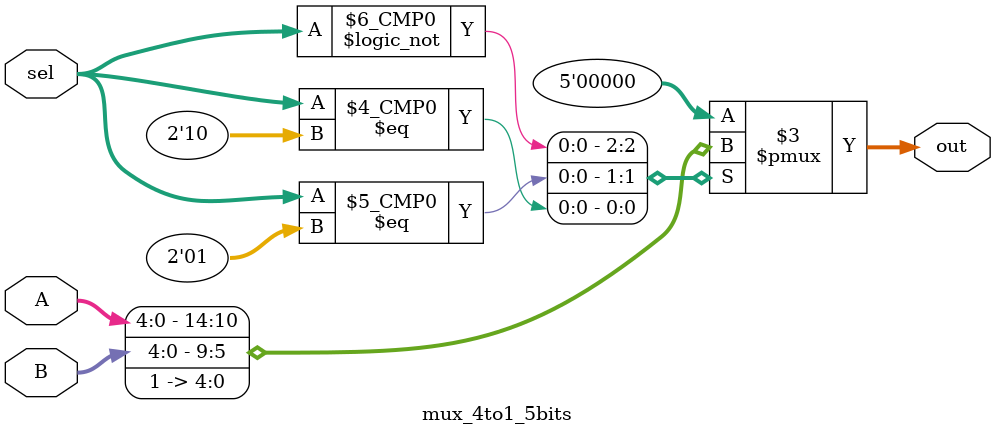
<source format=v>
/*
This is the work of Shivam Singhal (200939) and Shrey Wadhawan (200948) and contains the code deliverables for the CS220 Assignment-7.
*/

/*
This document contains the various types of multiplexers used while implementing the processor.
*/

module mux_2to1_32bit(out, A, B, sel);

	output reg [31:0] out;
	input [31:0] A;
	input [31:0] B;
	input sel;

	always@(*) begin
		out = (sel==0) ? A : B;		
	end

endmodule

module mux_2to1_5bit(out, A, B, sel);

	output reg [4:0] out;
	input [4:0] A;
	input [4:0] B;
	input sel;

	always@(*) begin
		out = (sel==0) ? A : B;		
	end

endmodule

module mux_4to1_32bits(out, A, B, C, sel);
	input [1:0] sel;
	input wire [31:0] A, B, C;
	output reg [31:0] out;

	always @(*) begin
		case (sel)
			0: out = A;
			1: out = B;
			2: out = C; 
			default: out = 32'b0;
		endcase
	end
endmodule

module mux_4to1_5bits(out, A, B, sel);
	input [1:0] sel;
	input wire [4:0] A, B;
	output reg [4:0] out;

	always @(*) begin
		case (sel)
			0: out = A;
			1: out = B;
			2: out = 5'b11111; 
			default: out = 5'b0;
		endcase
	end
endmodule
</source>
